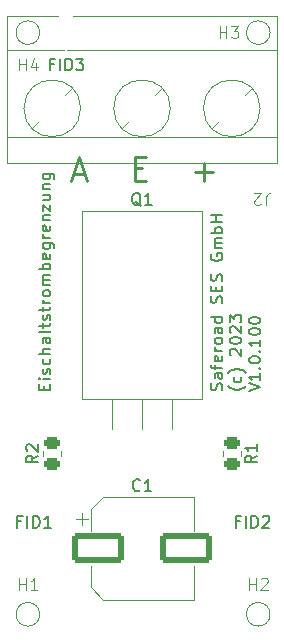
<source format=gbr>
%TF.GenerationSoftware,KiCad,Pcbnew,8.0.0-rc1-51-gba6979a274-dirty*%
%TF.CreationDate,2024-02-05T11:37:42+01:00*%
%TF.ProjectId,Einschaltstrombegrenzung,45696e73-6368-4616-9c74-7374726f6d62,rev?*%
%TF.SameCoordinates,Original*%
%TF.FileFunction,Legend,Top*%
%TF.FilePolarity,Positive*%
%FSLAX46Y46*%
G04 Gerber Fmt 4.6, Leading zero omitted, Abs format (unit mm)*
G04 Created by KiCad (PCBNEW 8.0.0-rc1-51-gba6979a274-dirty) date 2024-02-05 11:37:42*
%MOMM*%
%LPD*%
G01*
G04 APERTURE LIST*
G04 Aperture macros list*
%AMRoundRect*
0 Rectangle with rounded corners*
0 $1 Rounding radius*
0 $2 $3 $4 $5 $6 $7 $8 $9 X,Y pos of 4 corners*
0 Add a 4 corners polygon primitive as box body*
4,1,4,$2,$3,$4,$5,$6,$7,$8,$9,$2,$3,0*
0 Add four circle primitives for the rounded corners*
1,1,$1+$1,$2,$3*
1,1,$1+$1,$4,$5*
1,1,$1+$1,$6,$7*
1,1,$1+$1,$8,$9*
0 Add four rect primitives between the rounded corners*
20,1,$1+$1,$2,$3,$4,$5,0*
20,1,$1+$1,$4,$5,$6,$7,0*
20,1,$1+$1,$6,$7,$8,$9,0*
20,1,$1+$1,$8,$9,$2,$3,0*%
G04 Aperture macros list end*
%ADD10C,0.150000*%
%ADD11C,0.250000*%
%ADD12C,0.100000*%
%ADD13C,0.120000*%
%ADD14C,1.000000*%
%ADD15C,3.000000*%
%ADD16RoundRect,0.250000X-0.450000X0.262500X-0.450000X-0.262500X0.450000X-0.262500X0.450000X0.262500X0*%
%ADD17RoundRect,0.250000X-1.950000X-1.000000X1.950000X-1.000000X1.950000X1.000000X-1.950000X1.000000X0*%
%ADD18RoundRect,0.250000X0.450000X-0.262500X0.450000X0.262500X-0.450000X0.262500X-0.450000X-0.262500X0*%
%ADD19O,1.905000X2.000000*%
%ADD20R,1.905000X2.000000*%
%ADD21O,3.500000X3.500000*%
G04 APERTURE END LIST*
D10*
X128886009Y-98723220D02*
X128886009Y-98389887D01*
X129409819Y-98247030D02*
X129409819Y-98723220D01*
X129409819Y-98723220D02*
X128409819Y-98723220D01*
X128409819Y-98723220D02*
X128409819Y-98247030D01*
X129409819Y-97818458D02*
X128743152Y-97818458D01*
X128409819Y-97818458D02*
X128457438Y-97866077D01*
X128457438Y-97866077D02*
X128505057Y-97818458D01*
X128505057Y-97818458D02*
X128457438Y-97770839D01*
X128457438Y-97770839D02*
X128409819Y-97818458D01*
X128409819Y-97818458D02*
X128505057Y-97818458D01*
X129362200Y-97389887D02*
X129409819Y-97294649D01*
X129409819Y-97294649D02*
X129409819Y-97104173D01*
X129409819Y-97104173D02*
X129362200Y-97008935D01*
X129362200Y-97008935D02*
X129266961Y-96961316D01*
X129266961Y-96961316D02*
X129219342Y-96961316D01*
X129219342Y-96961316D02*
X129124104Y-97008935D01*
X129124104Y-97008935D02*
X129076485Y-97104173D01*
X129076485Y-97104173D02*
X129076485Y-97247030D01*
X129076485Y-97247030D02*
X129028866Y-97342268D01*
X129028866Y-97342268D02*
X128933628Y-97389887D01*
X128933628Y-97389887D02*
X128886009Y-97389887D01*
X128886009Y-97389887D02*
X128790771Y-97342268D01*
X128790771Y-97342268D02*
X128743152Y-97247030D01*
X128743152Y-97247030D02*
X128743152Y-97104173D01*
X128743152Y-97104173D02*
X128790771Y-97008935D01*
X129362200Y-96104173D02*
X129409819Y-96199411D01*
X129409819Y-96199411D02*
X129409819Y-96389887D01*
X129409819Y-96389887D02*
X129362200Y-96485125D01*
X129362200Y-96485125D02*
X129314580Y-96532744D01*
X129314580Y-96532744D02*
X129219342Y-96580363D01*
X129219342Y-96580363D02*
X128933628Y-96580363D01*
X128933628Y-96580363D02*
X128838390Y-96532744D01*
X128838390Y-96532744D02*
X128790771Y-96485125D01*
X128790771Y-96485125D02*
X128743152Y-96389887D01*
X128743152Y-96389887D02*
X128743152Y-96199411D01*
X128743152Y-96199411D02*
X128790771Y-96104173D01*
X129409819Y-95675601D02*
X128409819Y-95675601D01*
X129409819Y-95247030D02*
X128886009Y-95247030D01*
X128886009Y-95247030D02*
X128790771Y-95294649D01*
X128790771Y-95294649D02*
X128743152Y-95389887D01*
X128743152Y-95389887D02*
X128743152Y-95532744D01*
X128743152Y-95532744D02*
X128790771Y-95627982D01*
X128790771Y-95627982D02*
X128838390Y-95675601D01*
X129409819Y-94342268D02*
X128886009Y-94342268D01*
X128886009Y-94342268D02*
X128790771Y-94389887D01*
X128790771Y-94389887D02*
X128743152Y-94485125D01*
X128743152Y-94485125D02*
X128743152Y-94675601D01*
X128743152Y-94675601D02*
X128790771Y-94770839D01*
X129362200Y-94342268D02*
X129409819Y-94437506D01*
X129409819Y-94437506D02*
X129409819Y-94675601D01*
X129409819Y-94675601D02*
X129362200Y-94770839D01*
X129362200Y-94770839D02*
X129266961Y-94818458D01*
X129266961Y-94818458D02*
X129171723Y-94818458D01*
X129171723Y-94818458D02*
X129076485Y-94770839D01*
X129076485Y-94770839D02*
X129028866Y-94675601D01*
X129028866Y-94675601D02*
X129028866Y-94437506D01*
X129028866Y-94437506D02*
X128981247Y-94342268D01*
X129409819Y-93723220D02*
X129362200Y-93818458D01*
X129362200Y-93818458D02*
X129266961Y-93866077D01*
X129266961Y-93866077D02*
X128409819Y-93866077D01*
X128743152Y-93485124D02*
X128743152Y-93104172D01*
X128409819Y-93342267D02*
X129266961Y-93342267D01*
X129266961Y-93342267D02*
X129362200Y-93294648D01*
X129362200Y-93294648D02*
X129409819Y-93199410D01*
X129409819Y-93199410D02*
X129409819Y-93104172D01*
X129362200Y-92818457D02*
X129409819Y-92723219D01*
X129409819Y-92723219D02*
X129409819Y-92532743D01*
X129409819Y-92532743D02*
X129362200Y-92437505D01*
X129362200Y-92437505D02*
X129266961Y-92389886D01*
X129266961Y-92389886D02*
X129219342Y-92389886D01*
X129219342Y-92389886D02*
X129124104Y-92437505D01*
X129124104Y-92437505D02*
X129076485Y-92532743D01*
X129076485Y-92532743D02*
X129076485Y-92675600D01*
X129076485Y-92675600D02*
X129028866Y-92770838D01*
X129028866Y-92770838D02*
X128933628Y-92818457D01*
X128933628Y-92818457D02*
X128886009Y-92818457D01*
X128886009Y-92818457D02*
X128790771Y-92770838D01*
X128790771Y-92770838D02*
X128743152Y-92675600D01*
X128743152Y-92675600D02*
X128743152Y-92532743D01*
X128743152Y-92532743D02*
X128790771Y-92437505D01*
X128743152Y-92104171D02*
X128743152Y-91723219D01*
X128409819Y-91961314D02*
X129266961Y-91961314D01*
X129266961Y-91961314D02*
X129362200Y-91913695D01*
X129362200Y-91913695D02*
X129409819Y-91818457D01*
X129409819Y-91818457D02*
X129409819Y-91723219D01*
X129409819Y-91389885D02*
X128743152Y-91389885D01*
X128933628Y-91389885D02*
X128838390Y-91342266D01*
X128838390Y-91342266D02*
X128790771Y-91294647D01*
X128790771Y-91294647D02*
X128743152Y-91199409D01*
X128743152Y-91199409D02*
X128743152Y-91104171D01*
X129409819Y-90627980D02*
X129362200Y-90723218D01*
X129362200Y-90723218D02*
X129314580Y-90770837D01*
X129314580Y-90770837D02*
X129219342Y-90818456D01*
X129219342Y-90818456D02*
X128933628Y-90818456D01*
X128933628Y-90818456D02*
X128838390Y-90770837D01*
X128838390Y-90770837D02*
X128790771Y-90723218D01*
X128790771Y-90723218D02*
X128743152Y-90627980D01*
X128743152Y-90627980D02*
X128743152Y-90485123D01*
X128743152Y-90485123D02*
X128790771Y-90389885D01*
X128790771Y-90389885D02*
X128838390Y-90342266D01*
X128838390Y-90342266D02*
X128933628Y-90294647D01*
X128933628Y-90294647D02*
X129219342Y-90294647D01*
X129219342Y-90294647D02*
X129314580Y-90342266D01*
X129314580Y-90342266D02*
X129362200Y-90389885D01*
X129362200Y-90389885D02*
X129409819Y-90485123D01*
X129409819Y-90485123D02*
X129409819Y-90627980D01*
X129409819Y-89866075D02*
X128743152Y-89866075D01*
X128838390Y-89866075D02*
X128790771Y-89818456D01*
X128790771Y-89818456D02*
X128743152Y-89723218D01*
X128743152Y-89723218D02*
X128743152Y-89580361D01*
X128743152Y-89580361D02*
X128790771Y-89485123D01*
X128790771Y-89485123D02*
X128886009Y-89437504D01*
X128886009Y-89437504D02*
X129409819Y-89437504D01*
X128886009Y-89437504D02*
X128790771Y-89389885D01*
X128790771Y-89389885D02*
X128743152Y-89294647D01*
X128743152Y-89294647D02*
X128743152Y-89151790D01*
X128743152Y-89151790D02*
X128790771Y-89056551D01*
X128790771Y-89056551D02*
X128886009Y-89008932D01*
X128886009Y-89008932D02*
X129409819Y-89008932D01*
X129409819Y-88532742D02*
X128409819Y-88532742D01*
X128790771Y-88532742D02*
X128743152Y-88437504D01*
X128743152Y-88437504D02*
X128743152Y-88247028D01*
X128743152Y-88247028D02*
X128790771Y-88151790D01*
X128790771Y-88151790D02*
X128838390Y-88104171D01*
X128838390Y-88104171D02*
X128933628Y-88056552D01*
X128933628Y-88056552D02*
X129219342Y-88056552D01*
X129219342Y-88056552D02*
X129314580Y-88104171D01*
X129314580Y-88104171D02*
X129362200Y-88151790D01*
X129362200Y-88151790D02*
X129409819Y-88247028D01*
X129409819Y-88247028D02*
X129409819Y-88437504D01*
X129409819Y-88437504D02*
X129362200Y-88532742D01*
X129362200Y-87247028D02*
X129409819Y-87342266D01*
X129409819Y-87342266D02*
X129409819Y-87532742D01*
X129409819Y-87532742D02*
X129362200Y-87627980D01*
X129362200Y-87627980D02*
X129266961Y-87675599D01*
X129266961Y-87675599D02*
X128886009Y-87675599D01*
X128886009Y-87675599D02*
X128790771Y-87627980D01*
X128790771Y-87627980D02*
X128743152Y-87532742D01*
X128743152Y-87532742D02*
X128743152Y-87342266D01*
X128743152Y-87342266D02*
X128790771Y-87247028D01*
X128790771Y-87247028D02*
X128886009Y-87199409D01*
X128886009Y-87199409D02*
X128981247Y-87199409D01*
X128981247Y-87199409D02*
X129076485Y-87675599D01*
X128743152Y-86342266D02*
X129552676Y-86342266D01*
X129552676Y-86342266D02*
X129647914Y-86389885D01*
X129647914Y-86389885D02*
X129695533Y-86437504D01*
X129695533Y-86437504D02*
X129743152Y-86532742D01*
X129743152Y-86532742D02*
X129743152Y-86675599D01*
X129743152Y-86675599D02*
X129695533Y-86770837D01*
X129362200Y-86342266D02*
X129409819Y-86437504D01*
X129409819Y-86437504D02*
X129409819Y-86627980D01*
X129409819Y-86627980D02*
X129362200Y-86723218D01*
X129362200Y-86723218D02*
X129314580Y-86770837D01*
X129314580Y-86770837D02*
X129219342Y-86818456D01*
X129219342Y-86818456D02*
X128933628Y-86818456D01*
X128933628Y-86818456D02*
X128838390Y-86770837D01*
X128838390Y-86770837D02*
X128790771Y-86723218D01*
X128790771Y-86723218D02*
X128743152Y-86627980D01*
X128743152Y-86627980D02*
X128743152Y-86437504D01*
X128743152Y-86437504D02*
X128790771Y-86342266D01*
X129409819Y-85866075D02*
X128743152Y-85866075D01*
X128933628Y-85866075D02*
X128838390Y-85818456D01*
X128838390Y-85818456D02*
X128790771Y-85770837D01*
X128790771Y-85770837D02*
X128743152Y-85675599D01*
X128743152Y-85675599D02*
X128743152Y-85580361D01*
X129362200Y-84866075D02*
X129409819Y-84961313D01*
X129409819Y-84961313D02*
X129409819Y-85151789D01*
X129409819Y-85151789D02*
X129362200Y-85247027D01*
X129362200Y-85247027D02*
X129266961Y-85294646D01*
X129266961Y-85294646D02*
X128886009Y-85294646D01*
X128886009Y-85294646D02*
X128790771Y-85247027D01*
X128790771Y-85247027D02*
X128743152Y-85151789D01*
X128743152Y-85151789D02*
X128743152Y-84961313D01*
X128743152Y-84961313D02*
X128790771Y-84866075D01*
X128790771Y-84866075D02*
X128886009Y-84818456D01*
X128886009Y-84818456D02*
X128981247Y-84818456D01*
X128981247Y-84818456D02*
X129076485Y-85294646D01*
X128743152Y-84389884D02*
X129409819Y-84389884D01*
X128838390Y-84389884D02*
X128790771Y-84342265D01*
X128790771Y-84342265D02*
X128743152Y-84247027D01*
X128743152Y-84247027D02*
X128743152Y-84104170D01*
X128743152Y-84104170D02*
X128790771Y-84008932D01*
X128790771Y-84008932D02*
X128886009Y-83961313D01*
X128886009Y-83961313D02*
X129409819Y-83961313D01*
X128743152Y-83580360D02*
X128743152Y-83056551D01*
X128743152Y-83056551D02*
X129409819Y-83580360D01*
X129409819Y-83580360D02*
X129409819Y-83056551D01*
X128743152Y-82247027D02*
X129409819Y-82247027D01*
X128743152Y-82675598D02*
X129266961Y-82675598D01*
X129266961Y-82675598D02*
X129362200Y-82627979D01*
X129362200Y-82627979D02*
X129409819Y-82532741D01*
X129409819Y-82532741D02*
X129409819Y-82389884D01*
X129409819Y-82389884D02*
X129362200Y-82294646D01*
X129362200Y-82294646D02*
X129314580Y-82247027D01*
X128743152Y-81770836D02*
X129409819Y-81770836D01*
X128838390Y-81770836D02*
X128790771Y-81723217D01*
X128790771Y-81723217D02*
X128743152Y-81627979D01*
X128743152Y-81627979D02*
X128743152Y-81485122D01*
X128743152Y-81485122D02*
X128790771Y-81389884D01*
X128790771Y-81389884D02*
X128886009Y-81342265D01*
X128886009Y-81342265D02*
X129409819Y-81342265D01*
X128743152Y-80437503D02*
X129552676Y-80437503D01*
X129552676Y-80437503D02*
X129647914Y-80485122D01*
X129647914Y-80485122D02*
X129695533Y-80532741D01*
X129695533Y-80532741D02*
X129743152Y-80627979D01*
X129743152Y-80627979D02*
X129743152Y-80770836D01*
X129743152Y-80770836D02*
X129695533Y-80866074D01*
X129362200Y-80437503D02*
X129409819Y-80532741D01*
X129409819Y-80532741D02*
X129409819Y-80723217D01*
X129409819Y-80723217D02*
X129362200Y-80818455D01*
X129362200Y-80818455D02*
X129314580Y-80866074D01*
X129314580Y-80866074D02*
X129219342Y-80913693D01*
X129219342Y-80913693D02*
X128933628Y-80913693D01*
X128933628Y-80913693D02*
X128838390Y-80866074D01*
X128838390Y-80866074D02*
X128790771Y-80818455D01*
X128790771Y-80818455D02*
X128743152Y-80723217D01*
X128743152Y-80723217D02*
X128743152Y-80532741D01*
X128743152Y-80532741D02*
X128790771Y-80437503D01*
D11*
X141610663Y-80260333D02*
X143134473Y-80260333D01*
X142372568Y-81022238D02*
X142372568Y-79498428D01*
X136530663Y-79974619D02*
X137197330Y-79974619D01*
X137483044Y-81022238D02*
X136530663Y-81022238D01*
X136530663Y-81022238D02*
X136530663Y-79022238D01*
X136530663Y-79022238D02*
X137483044Y-79022238D01*
X131355425Y-80450809D02*
X132307806Y-80450809D01*
X131164949Y-81022238D02*
X131831615Y-79022238D01*
X131831615Y-79022238D02*
X132498282Y-81022238D01*
D10*
X143922312Y-98770839D02*
X143969931Y-98627982D01*
X143969931Y-98627982D02*
X143969931Y-98389887D01*
X143969931Y-98389887D02*
X143922312Y-98294649D01*
X143922312Y-98294649D02*
X143874692Y-98247030D01*
X143874692Y-98247030D02*
X143779454Y-98199411D01*
X143779454Y-98199411D02*
X143684216Y-98199411D01*
X143684216Y-98199411D02*
X143588978Y-98247030D01*
X143588978Y-98247030D02*
X143541359Y-98294649D01*
X143541359Y-98294649D02*
X143493740Y-98389887D01*
X143493740Y-98389887D02*
X143446121Y-98580363D01*
X143446121Y-98580363D02*
X143398502Y-98675601D01*
X143398502Y-98675601D02*
X143350883Y-98723220D01*
X143350883Y-98723220D02*
X143255645Y-98770839D01*
X143255645Y-98770839D02*
X143160407Y-98770839D01*
X143160407Y-98770839D02*
X143065169Y-98723220D01*
X143065169Y-98723220D02*
X143017550Y-98675601D01*
X143017550Y-98675601D02*
X142969931Y-98580363D01*
X142969931Y-98580363D02*
X142969931Y-98342268D01*
X142969931Y-98342268D02*
X143017550Y-98199411D01*
X143969931Y-97342268D02*
X143446121Y-97342268D01*
X143446121Y-97342268D02*
X143350883Y-97389887D01*
X143350883Y-97389887D02*
X143303264Y-97485125D01*
X143303264Y-97485125D02*
X143303264Y-97675601D01*
X143303264Y-97675601D02*
X143350883Y-97770839D01*
X143922312Y-97342268D02*
X143969931Y-97437506D01*
X143969931Y-97437506D02*
X143969931Y-97675601D01*
X143969931Y-97675601D02*
X143922312Y-97770839D01*
X143922312Y-97770839D02*
X143827073Y-97818458D01*
X143827073Y-97818458D02*
X143731835Y-97818458D01*
X143731835Y-97818458D02*
X143636597Y-97770839D01*
X143636597Y-97770839D02*
X143588978Y-97675601D01*
X143588978Y-97675601D02*
X143588978Y-97437506D01*
X143588978Y-97437506D02*
X143541359Y-97342268D01*
X143303264Y-97008934D02*
X143303264Y-96627982D01*
X143969931Y-96866077D02*
X143112788Y-96866077D01*
X143112788Y-96866077D02*
X143017550Y-96818458D01*
X143017550Y-96818458D02*
X142969931Y-96723220D01*
X142969931Y-96723220D02*
X142969931Y-96627982D01*
X143922312Y-95913696D02*
X143969931Y-96008934D01*
X143969931Y-96008934D02*
X143969931Y-96199410D01*
X143969931Y-96199410D02*
X143922312Y-96294648D01*
X143922312Y-96294648D02*
X143827073Y-96342267D01*
X143827073Y-96342267D02*
X143446121Y-96342267D01*
X143446121Y-96342267D02*
X143350883Y-96294648D01*
X143350883Y-96294648D02*
X143303264Y-96199410D01*
X143303264Y-96199410D02*
X143303264Y-96008934D01*
X143303264Y-96008934D02*
X143350883Y-95913696D01*
X143350883Y-95913696D02*
X143446121Y-95866077D01*
X143446121Y-95866077D02*
X143541359Y-95866077D01*
X143541359Y-95866077D02*
X143636597Y-96342267D01*
X143969931Y-95437505D02*
X143303264Y-95437505D01*
X143493740Y-95437505D02*
X143398502Y-95389886D01*
X143398502Y-95389886D02*
X143350883Y-95342267D01*
X143350883Y-95342267D02*
X143303264Y-95247029D01*
X143303264Y-95247029D02*
X143303264Y-95151791D01*
X143969931Y-94675600D02*
X143922312Y-94770838D01*
X143922312Y-94770838D02*
X143874692Y-94818457D01*
X143874692Y-94818457D02*
X143779454Y-94866076D01*
X143779454Y-94866076D02*
X143493740Y-94866076D01*
X143493740Y-94866076D02*
X143398502Y-94818457D01*
X143398502Y-94818457D02*
X143350883Y-94770838D01*
X143350883Y-94770838D02*
X143303264Y-94675600D01*
X143303264Y-94675600D02*
X143303264Y-94532743D01*
X143303264Y-94532743D02*
X143350883Y-94437505D01*
X143350883Y-94437505D02*
X143398502Y-94389886D01*
X143398502Y-94389886D02*
X143493740Y-94342267D01*
X143493740Y-94342267D02*
X143779454Y-94342267D01*
X143779454Y-94342267D02*
X143874692Y-94389886D01*
X143874692Y-94389886D02*
X143922312Y-94437505D01*
X143922312Y-94437505D02*
X143969931Y-94532743D01*
X143969931Y-94532743D02*
X143969931Y-94675600D01*
X143969931Y-93485124D02*
X143446121Y-93485124D01*
X143446121Y-93485124D02*
X143350883Y-93532743D01*
X143350883Y-93532743D02*
X143303264Y-93627981D01*
X143303264Y-93627981D02*
X143303264Y-93818457D01*
X143303264Y-93818457D02*
X143350883Y-93913695D01*
X143922312Y-93485124D02*
X143969931Y-93580362D01*
X143969931Y-93580362D02*
X143969931Y-93818457D01*
X143969931Y-93818457D02*
X143922312Y-93913695D01*
X143922312Y-93913695D02*
X143827073Y-93961314D01*
X143827073Y-93961314D02*
X143731835Y-93961314D01*
X143731835Y-93961314D02*
X143636597Y-93913695D01*
X143636597Y-93913695D02*
X143588978Y-93818457D01*
X143588978Y-93818457D02*
X143588978Y-93580362D01*
X143588978Y-93580362D02*
X143541359Y-93485124D01*
X143969931Y-92580362D02*
X142969931Y-92580362D01*
X143922312Y-92580362D02*
X143969931Y-92675600D01*
X143969931Y-92675600D02*
X143969931Y-92866076D01*
X143969931Y-92866076D02*
X143922312Y-92961314D01*
X143922312Y-92961314D02*
X143874692Y-93008933D01*
X143874692Y-93008933D02*
X143779454Y-93056552D01*
X143779454Y-93056552D02*
X143493740Y-93056552D01*
X143493740Y-93056552D02*
X143398502Y-93008933D01*
X143398502Y-93008933D02*
X143350883Y-92961314D01*
X143350883Y-92961314D02*
X143303264Y-92866076D01*
X143303264Y-92866076D02*
X143303264Y-92675600D01*
X143303264Y-92675600D02*
X143350883Y-92580362D01*
X143922312Y-91389885D02*
X143969931Y-91247028D01*
X143969931Y-91247028D02*
X143969931Y-91008933D01*
X143969931Y-91008933D02*
X143922312Y-90913695D01*
X143922312Y-90913695D02*
X143874692Y-90866076D01*
X143874692Y-90866076D02*
X143779454Y-90818457D01*
X143779454Y-90818457D02*
X143684216Y-90818457D01*
X143684216Y-90818457D02*
X143588978Y-90866076D01*
X143588978Y-90866076D02*
X143541359Y-90913695D01*
X143541359Y-90913695D02*
X143493740Y-91008933D01*
X143493740Y-91008933D02*
X143446121Y-91199409D01*
X143446121Y-91199409D02*
X143398502Y-91294647D01*
X143398502Y-91294647D02*
X143350883Y-91342266D01*
X143350883Y-91342266D02*
X143255645Y-91389885D01*
X143255645Y-91389885D02*
X143160407Y-91389885D01*
X143160407Y-91389885D02*
X143065169Y-91342266D01*
X143065169Y-91342266D02*
X143017550Y-91294647D01*
X143017550Y-91294647D02*
X142969931Y-91199409D01*
X142969931Y-91199409D02*
X142969931Y-90961314D01*
X142969931Y-90961314D02*
X143017550Y-90818457D01*
X143446121Y-90389885D02*
X143446121Y-90056552D01*
X143969931Y-89913695D02*
X143969931Y-90389885D01*
X143969931Y-90389885D02*
X142969931Y-90389885D01*
X142969931Y-90389885D02*
X142969931Y-89913695D01*
X143922312Y-89532742D02*
X143969931Y-89389885D01*
X143969931Y-89389885D02*
X143969931Y-89151790D01*
X143969931Y-89151790D02*
X143922312Y-89056552D01*
X143922312Y-89056552D02*
X143874692Y-89008933D01*
X143874692Y-89008933D02*
X143779454Y-88961314D01*
X143779454Y-88961314D02*
X143684216Y-88961314D01*
X143684216Y-88961314D02*
X143588978Y-89008933D01*
X143588978Y-89008933D02*
X143541359Y-89056552D01*
X143541359Y-89056552D02*
X143493740Y-89151790D01*
X143493740Y-89151790D02*
X143446121Y-89342266D01*
X143446121Y-89342266D02*
X143398502Y-89437504D01*
X143398502Y-89437504D02*
X143350883Y-89485123D01*
X143350883Y-89485123D02*
X143255645Y-89532742D01*
X143255645Y-89532742D02*
X143160407Y-89532742D01*
X143160407Y-89532742D02*
X143065169Y-89485123D01*
X143065169Y-89485123D02*
X143017550Y-89437504D01*
X143017550Y-89437504D02*
X142969931Y-89342266D01*
X142969931Y-89342266D02*
X142969931Y-89104171D01*
X142969931Y-89104171D02*
X143017550Y-88961314D01*
X143017550Y-87247028D02*
X142969931Y-87342266D01*
X142969931Y-87342266D02*
X142969931Y-87485123D01*
X142969931Y-87485123D02*
X143017550Y-87627980D01*
X143017550Y-87627980D02*
X143112788Y-87723218D01*
X143112788Y-87723218D02*
X143208026Y-87770837D01*
X143208026Y-87770837D02*
X143398502Y-87818456D01*
X143398502Y-87818456D02*
X143541359Y-87818456D01*
X143541359Y-87818456D02*
X143731835Y-87770837D01*
X143731835Y-87770837D02*
X143827073Y-87723218D01*
X143827073Y-87723218D02*
X143922312Y-87627980D01*
X143922312Y-87627980D02*
X143969931Y-87485123D01*
X143969931Y-87485123D02*
X143969931Y-87389885D01*
X143969931Y-87389885D02*
X143922312Y-87247028D01*
X143922312Y-87247028D02*
X143874692Y-87199409D01*
X143874692Y-87199409D02*
X143541359Y-87199409D01*
X143541359Y-87199409D02*
X143541359Y-87389885D01*
X143969931Y-86770837D02*
X143303264Y-86770837D01*
X143398502Y-86770837D02*
X143350883Y-86723218D01*
X143350883Y-86723218D02*
X143303264Y-86627980D01*
X143303264Y-86627980D02*
X143303264Y-86485123D01*
X143303264Y-86485123D02*
X143350883Y-86389885D01*
X143350883Y-86389885D02*
X143446121Y-86342266D01*
X143446121Y-86342266D02*
X143969931Y-86342266D01*
X143446121Y-86342266D02*
X143350883Y-86294647D01*
X143350883Y-86294647D02*
X143303264Y-86199409D01*
X143303264Y-86199409D02*
X143303264Y-86056552D01*
X143303264Y-86056552D02*
X143350883Y-85961313D01*
X143350883Y-85961313D02*
X143446121Y-85913694D01*
X143446121Y-85913694D02*
X143969931Y-85913694D01*
X143969931Y-85437504D02*
X142969931Y-85437504D01*
X143350883Y-85437504D02*
X143303264Y-85342266D01*
X143303264Y-85342266D02*
X143303264Y-85151790D01*
X143303264Y-85151790D02*
X143350883Y-85056552D01*
X143350883Y-85056552D02*
X143398502Y-85008933D01*
X143398502Y-85008933D02*
X143493740Y-84961314D01*
X143493740Y-84961314D02*
X143779454Y-84961314D01*
X143779454Y-84961314D02*
X143874692Y-85008933D01*
X143874692Y-85008933D02*
X143922312Y-85056552D01*
X143922312Y-85056552D02*
X143969931Y-85151790D01*
X143969931Y-85151790D02*
X143969931Y-85342266D01*
X143969931Y-85342266D02*
X143922312Y-85437504D01*
X143969931Y-84532742D02*
X142969931Y-84532742D01*
X143446121Y-84532742D02*
X143446121Y-83961314D01*
X143969931Y-83961314D02*
X142969931Y-83961314D01*
X145960827Y-98437506D02*
X145913208Y-98485125D01*
X145913208Y-98485125D02*
X145770351Y-98580363D01*
X145770351Y-98580363D02*
X145675113Y-98627982D01*
X145675113Y-98627982D02*
X145532256Y-98675601D01*
X145532256Y-98675601D02*
X145294160Y-98723220D01*
X145294160Y-98723220D02*
X145103684Y-98723220D01*
X145103684Y-98723220D02*
X144865589Y-98675601D01*
X144865589Y-98675601D02*
X144722732Y-98627982D01*
X144722732Y-98627982D02*
X144627494Y-98580363D01*
X144627494Y-98580363D02*
X144484636Y-98485125D01*
X144484636Y-98485125D02*
X144437017Y-98437506D01*
X145532256Y-97627982D02*
X145579875Y-97723220D01*
X145579875Y-97723220D02*
X145579875Y-97913696D01*
X145579875Y-97913696D02*
X145532256Y-98008934D01*
X145532256Y-98008934D02*
X145484636Y-98056553D01*
X145484636Y-98056553D02*
X145389398Y-98104172D01*
X145389398Y-98104172D02*
X145103684Y-98104172D01*
X145103684Y-98104172D02*
X145008446Y-98056553D01*
X145008446Y-98056553D02*
X144960827Y-98008934D01*
X144960827Y-98008934D02*
X144913208Y-97913696D01*
X144913208Y-97913696D02*
X144913208Y-97723220D01*
X144913208Y-97723220D02*
X144960827Y-97627982D01*
X145960827Y-97294648D02*
X145913208Y-97247029D01*
X145913208Y-97247029D02*
X145770351Y-97151791D01*
X145770351Y-97151791D02*
X145675113Y-97104172D01*
X145675113Y-97104172D02*
X145532256Y-97056553D01*
X145532256Y-97056553D02*
X145294160Y-97008934D01*
X145294160Y-97008934D02*
X145103684Y-97008934D01*
X145103684Y-97008934D02*
X144865589Y-97056553D01*
X144865589Y-97056553D02*
X144722732Y-97104172D01*
X144722732Y-97104172D02*
X144627494Y-97151791D01*
X144627494Y-97151791D02*
X144484636Y-97247029D01*
X144484636Y-97247029D02*
X144437017Y-97294648D01*
X144675113Y-95818457D02*
X144627494Y-95770838D01*
X144627494Y-95770838D02*
X144579875Y-95675600D01*
X144579875Y-95675600D02*
X144579875Y-95437505D01*
X144579875Y-95437505D02*
X144627494Y-95342267D01*
X144627494Y-95342267D02*
X144675113Y-95294648D01*
X144675113Y-95294648D02*
X144770351Y-95247029D01*
X144770351Y-95247029D02*
X144865589Y-95247029D01*
X144865589Y-95247029D02*
X145008446Y-95294648D01*
X145008446Y-95294648D02*
X145579875Y-95866076D01*
X145579875Y-95866076D02*
X145579875Y-95247029D01*
X144579875Y-94627981D02*
X144579875Y-94532743D01*
X144579875Y-94532743D02*
X144627494Y-94437505D01*
X144627494Y-94437505D02*
X144675113Y-94389886D01*
X144675113Y-94389886D02*
X144770351Y-94342267D01*
X144770351Y-94342267D02*
X144960827Y-94294648D01*
X144960827Y-94294648D02*
X145198922Y-94294648D01*
X145198922Y-94294648D02*
X145389398Y-94342267D01*
X145389398Y-94342267D02*
X145484636Y-94389886D01*
X145484636Y-94389886D02*
X145532256Y-94437505D01*
X145532256Y-94437505D02*
X145579875Y-94532743D01*
X145579875Y-94532743D02*
X145579875Y-94627981D01*
X145579875Y-94627981D02*
X145532256Y-94723219D01*
X145532256Y-94723219D02*
X145484636Y-94770838D01*
X145484636Y-94770838D02*
X145389398Y-94818457D01*
X145389398Y-94818457D02*
X145198922Y-94866076D01*
X145198922Y-94866076D02*
X144960827Y-94866076D01*
X144960827Y-94866076D02*
X144770351Y-94818457D01*
X144770351Y-94818457D02*
X144675113Y-94770838D01*
X144675113Y-94770838D02*
X144627494Y-94723219D01*
X144627494Y-94723219D02*
X144579875Y-94627981D01*
X144675113Y-93913695D02*
X144627494Y-93866076D01*
X144627494Y-93866076D02*
X144579875Y-93770838D01*
X144579875Y-93770838D02*
X144579875Y-93532743D01*
X144579875Y-93532743D02*
X144627494Y-93437505D01*
X144627494Y-93437505D02*
X144675113Y-93389886D01*
X144675113Y-93389886D02*
X144770351Y-93342267D01*
X144770351Y-93342267D02*
X144865589Y-93342267D01*
X144865589Y-93342267D02*
X145008446Y-93389886D01*
X145008446Y-93389886D02*
X145579875Y-93961314D01*
X145579875Y-93961314D02*
X145579875Y-93342267D01*
X144579875Y-93008933D02*
X144579875Y-92389886D01*
X144579875Y-92389886D02*
X144960827Y-92723219D01*
X144960827Y-92723219D02*
X144960827Y-92580362D01*
X144960827Y-92580362D02*
X145008446Y-92485124D01*
X145008446Y-92485124D02*
X145056065Y-92437505D01*
X145056065Y-92437505D02*
X145151303Y-92389886D01*
X145151303Y-92389886D02*
X145389398Y-92389886D01*
X145389398Y-92389886D02*
X145484636Y-92437505D01*
X145484636Y-92437505D02*
X145532256Y-92485124D01*
X145532256Y-92485124D02*
X145579875Y-92580362D01*
X145579875Y-92580362D02*
X145579875Y-92866076D01*
X145579875Y-92866076D02*
X145532256Y-92961314D01*
X145532256Y-92961314D02*
X145484636Y-93008933D01*
X146189819Y-98866077D02*
X147189819Y-98532744D01*
X147189819Y-98532744D02*
X146189819Y-98199411D01*
X147189819Y-97342268D02*
X147189819Y-97913696D01*
X147189819Y-97627982D02*
X146189819Y-97627982D01*
X146189819Y-97627982D02*
X146332676Y-97723220D01*
X146332676Y-97723220D02*
X146427914Y-97818458D01*
X146427914Y-97818458D02*
X146475533Y-97913696D01*
X147094580Y-96913696D02*
X147142200Y-96866077D01*
X147142200Y-96866077D02*
X147189819Y-96913696D01*
X147189819Y-96913696D02*
X147142200Y-96961315D01*
X147142200Y-96961315D02*
X147094580Y-96913696D01*
X147094580Y-96913696D02*
X147189819Y-96913696D01*
X146189819Y-96247030D02*
X146189819Y-96151792D01*
X146189819Y-96151792D02*
X146237438Y-96056554D01*
X146237438Y-96056554D02*
X146285057Y-96008935D01*
X146285057Y-96008935D02*
X146380295Y-95961316D01*
X146380295Y-95961316D02*
X146570771Y-95913697D01*
X146570771Y-95913697D02*
X146808866Y-95913697D01*
X146808866Y-95913697D02*
X146999342Y-95961316D01*
X146999342Y-95961316D02*
X147094580Y-96008935D01*
X147094580Y-96008935D02*
X147142200Y-96056554D01*
X147142200Y-96056554D02*
X147189819Y-96151792D01*
X147189819Y-96151792D02*
X147189819Y-96247030D01*
X147189819Y-96247030D02*
X147142200Y-96342268D01*
X147142200Y-96342268D02*
X147094580Y-96389887D01*
X147094580Y-96389887D02*
X146999342Y-96437506D01*
X146999342Y-96437506D02*
X146808866Y-96485125D01*
X146808866Y-96485125D02*
X146570771Y-96485125D01*
X146570771Y-96485125D02*
X146380295Y-96437506D01*
X146380295Y-96437506D02*
X146285057Y-96389887D01*
X146285057Y-96389887D02*
X146237438Y-96342268D01*
X146237438Y-96342268D02*
X146189819Y-96247030D01*
X147094580Y-95485125D02*
X147142200Y-95437506D01*
X147142200Y-95437506D02*
X147189819Y-95485125D01*
X147189819Y-95485125D02*
X147142200Y-95532744D01*
X147142200Y-95532744D02*
X147094580Y-95485125D01*
X147094580Y-95485125D02*
X147189819Y-95485125D01*
X147189819Y-94485126D02*
X147189819Y-95056554D01*
X147189819Y-94770840D02*
X146189819Y-94770840D01*
X146189819Y-94770840D02*
X146332676Y-94866078D01*
X146332676Y-94866078D02*
X146427914Y-94961316D01*
X146427914Y-94961316D02*
X146475533Y-95056554D01*
X146189819Y-93866078D02*
X146189819Y-93770840D01*
X146189819Y-93770840D02*
X146237438Y-93675602D01*
X146237438Y-93675602D02*
X146285057Y-93627983D01*
X146285057Y-93627983D02*
X146380295Y-93580364D01*
X146380295Y-93580364D02*
X146570771Y-93532745D01*
X146570771Y-93532745D02*
X146808866Y-93532745D01*
X146808866Y-93532745D02*
X146999342Y-93580364D01*
X146999342Y-93580364D02*
X147094580Y-93627983D01*
X147094580Y-93627983D02*
X147142200Y-93675602D01*
X147142200Y-93675602D02*
X147189819Y-93770840D01*
X147189819Y-93770840D02*
X147189819Y-93866078D01*
X147189819Y-93866078D02*
X147142200Y-93961316D01*
X147142200Y-93961316D02*
X147094580Y-94008935D01*
X147094580Y-94008935D02*
X146999342Y-94056554D01*
X146999342Y-94056554D02*
X146808866Y-94104173D01*
X146808866Y-94104173D02*
X146570771Y-94104173D01*
X146570771Y-94104173D02*
X146380295Y-94056554D01*
X146380295Y-94056554D02*
X146285057Y-94008935D01*
X146285057Y-94008935D02*
X146237438Y-93961316D01*
X146237438Y-93961316D02*
X146189819Y-93866078D01*
X146189819Y-92913697D02*
X146189819Y-92818459D01*
X146189819Y-92818459D02*
X146237438Y-92723221D01*
X146237438Y-92723221D02*
X146285057Y-92675602D01*
X146285057Y-92675602D02*
X146380295Y-92627983D01*
X146380295Y-92627983D02*
X146570771Y-92580364D01*
X146570771Y-92580364D02*
X146808866Y-92580364D01*
X146808866Y-92580364D02*
X146999342Y-92627983D01*
X146999342Y-92627983D02*
X147094580Y-92675602D01*
X147094580Y-92675602D02*
X147142200Y-92723221D01*
X147142200Y-92723221D02*
X147189819Y-92818459D01*
X147189819Y-92818459D02*
X147189819Y-92913697D01*
X147189819Y-92913697D02*
X147142200Y-93008935D01*
X147142200Y-93008935D02*
X147094580Y-93056554D01*
X147094580Y-93056554D02*
X146999342Y-93104173D01*
X146999342Y-93104173D02*
X146808866Y-93151792D01*
X146808866Y-93151792D02*
X146570771Y-93151792D01*
X146570771Y-93151792D02*
X146380295Y-93104173D01*
X146380295Y-93104173D02*
X146285057Y-93056554D01*
X146285057Y-93056554D02*
X146237438Y-93008935D01*
X146237438Y-93008935D02*
X146189819Y-92913697D01*
D12*
X126738095Y-71707419D02*
X126738095Y-70707419D01*
X126738095Y-71183609D02*
X127309523Y-71183609D01*
X127309523Y-71707419D02*
X127309523Y-70707419D01*
X128214285Y-71040752D02*
X128214285Y-71707419D01*
X127976190Y-70659800D02*
X127738095Y-71374085D01*
X127738095Y-71374085D02*
X128357142Y-71374085D01*
X143738095Y-68957419D02*
X143738095Y-67957419D01*
X143738095Y-68433609D02*
X144309523Y-68433609D01*
X144309523Y-68957419D02*
X144309523Y-67957419D01*
X144690476Y-67957419D02*
X145309523Y-67957419D01*
X145309523Y-67957419D02*
X144976190Y-68338371D01*
X144976190Y-68338371D02*
X145119047Y-68338371D01*
X145119047Y-68338371D02*
X145214285Y-68385990D01*
X145214285Y-68385990D02*
X145261904Y-68433609D01*
X145261904Y-68433609D02*
X145309523Y-68528847D01*
X145309523Y-68528847D02*
X145309523Y-68766942D01*
X145309523Y-68766942D02*
X145261904Y-68862180D01*
X145261904Y-68862180D02*
X145214285Y-68909800D01*
X145214285Y-68909800D02*
X145119047Y-68957419D01*
X145119047Y-68957419D02*
X144833333Y-68957419D01*
X144833333Y-68957419D02*
X144738095Y-68909800D01*
X144738095Y-68909800D02*
X144690476Y-68862180D01*
X146238095Y-115667419D02*
X146238095Y-114667419D01*
X146238095Y-115143609D02*
X146809523Y-115143609D01*
X146809523Y-115667419D02*
X146809523Y-114667419D01*
X147238095Y-114762657D02*
X147285714Y-114715038D01*
X147285714Y-114715038D02*
X147380952Y-114667419D01*
X147380952Y-114667419D02*
X147619047Y-114667419D01*
X147619047Y-114667419D02*
X147714285Y-114715038D01*
X147714285Y-114715038D02*
X147761904Y-114762657D01*
X147761904Y-114762657D02*
X147809523Y-114857895D01*
X147809523Y-114857895D02*
X147809523Y-114953133D01*
X147809523Y-114953133D02*
X147761904Y-115095990D01*
X147761904Y-115095990D02*
X147190476Y-115667419D01*
X147190476Y-115667419D02*
X147809523Y-115667419D01*
X126738095Y-115667419D02*
X126738095Y-114667419D01*
X126738095Y-115143609D02*
X127309523Y-115143609D01*
X127309523Y-115667419D02*
X127309523Y-114667419D01*
X128309523Y-115667419D02*
X127738095Y-115667419D01*
X128023809Y-115667419D02*
X128023809Y-114667419D01*
X128023809Y-114667419D02*
X127928571Y-114810276D01*
X127928571Y-114810276D02*
X127833333Y-114905514D01*
X127833333Y-114905514D02*
X127738095Y-114953133D01*
D10*
X129678571Y-71181009D02*
X129345238Y-71181009D01*
X129345238Y-71704819D02*
X129345238Y-70704819D01*
X129345238Y-70704819D02*
X129821428Y-70704819D01*
X130202381Y-71704819D02*
X130202381Y-70704819D01*
X130678571Y-71704819D02*
X130678571Y-70704819D01*
X130678571Y-70704819D02*
X130916666Y-70704819D01*
X130916666Y-70704819D02*
X131059523Y-70752438D01*
X131059523Y-70752438D02*
X131154761Y-70847676D01*
X131154761Y-70847676D02*
X131202380Y-70942914D01*
X131202380Y-70942914D02*
X131249999Y-71133390D01*
X131249999Y-71133390D02*
X131249999Y-71276247D01*
X131249999Y-71276247D02*
X131202380Y-71466723D01*
X131202380Y-71466723D02*
X131154761Y-71561961D01*
X131154761Y-71561961D02*
X131059523Y-71657200D01*
X131059523Y-71657200D02*
X130916666Y-71704819D01*
X130916666Y-71704819D02*
X130678571Y-71704819D01*
X131583333Y-70704819D02*
X132202380Y-70704819D01*
X132202380Y-70704819D02*
X131869047Y-71085771D01*
X131869047Y-71085771D02*
X132011904Y-71085771D01*
X132011904Y-71085771D02*
X132107142Y-71133390D01*
X132107142Y-71133390D02*
X132154761Y-71181009D01*
X132154761Y-71181009D02*
X132202380Y-71276247D01*
X132202380Y-71276247D02*
X132202380Y-71514342D01*
X132202380Y-71514342D02*
X132154761Y-71609580D01*
X132154761Y-71609580D02*
X132107142Y-71657200D01*
X132107142Y-71657200D02*
X132011904Y-71704819D01*
X132011904Y-71704819D02*
X131726190Y-71704819D01*
X131726190Y-71704819D02*
X131630952Y-71657200D01*
X131630952Y-71657200D02*
X131583333Y-71609580D01*
X145428571Y-109891009D02*
X145095238Y-109891009D01*
X145095238Y-110414819D02*
X145095238Y-109414819D01*
X145095238Y-109414819D02*
X145571428Y-109414819D01*
X145952381Y-110414819D02*
X145952381Y-109414819D01*
X146428571Y-110414819D02*
X146428571Y-109414819D01*
X146428571Y-109414819D02*
X146666666Y-109414819D01*
X146666666Y-109414819D02*
X146809523Y-109462438D01*
X146809523Y-109462438D02*
X146904761Y-109557676D01*
X146904761Y-109557676D02*
X146952380Y-109652914D01*
X146952380Y-109652914D02*
X146999999Y-109843390D01*
X146999999Y-109843390D02*
X146999999Y-109986247D01*
X146999999Y-109986247D02*
X146952380Y-110176723D01*
X146952380Y-110176723D02*
X146904761Y-110271961D01*
X146904761Y-110271961D02*
X146809523Y-110367200D01*
X146809523Y-110367200D02*
X146666666Y-110414819D01*
X146666666Y-110414819D02*
X146428571Y-110414819D01*
X147380952Y-109510057D02*
X147428571Y-109462438D01*
X147428571Y-109462438D02*
X147523809Y-109414819D01*
X147523809Y-109414819D02*
X147761904Y-109414819D01*
X147761904Y-109414819D02*
X147857142Y-109462438D01*
X147857142Y-109462438D02*
X147904761Y-109510057D01*
X147904761Y-109510057D02*
X147952380Y-109605295D01*
X147952380Y-109605295D02*
X147952380Y-109700533D01*
X147952380Y-109700533D02*
X147904761Y-109843390D01*
X147904761Y-109843390D02*
X147333333Y-110414819D01*
X147333333Y-110414819D02*
X147952380Y-110414819D01*
X126928571Y-109891009D02*
X126595238Y-109891009D01*
X126595238Y-110414819D02*
X126595238Y-109414819D01*
X126595238Y-109414819D02*
X127071428Y-109414819D01*
X127452381Y-110414819D02*
X127452381Y-109414819D01*
X127928571Y-110414819D02*
X127928571Y-109414819D01*
X127928571Y-109414819D02*
X128166666Y-109414819D01*
X128166666Y-109414819D02*
X128309523Y-109462438D01*
X128309523Y-109462438D02*
X128404761Y-109557676D01*
X128404761Y-109557676D02*
X128452380Y-109652914D01*
X128452380Y-109652914D02*
X128499999Y-109843390D01*
X128499999Y-109843390D02*
X128499999Y-109986247D01*
X128499999Y-109986247D02*
X128452380Y-110176723D01*
X128452380Y-110176723D02*
X128404761Y-110271961D01*
X128404761Y-110271961D02*
X128309523Y-110367200D01*
X128309523Y-110367200D02*
X128166666Y-110414819D01*
X128166666Y-110414819D02*
X127928571Y-110414819D01*
X129452380Y-110414819D02*
X128880952Y-110414819D01*
X129166666Y-110414819D02*
X129166666Y-109414819D01*
X129166666Y-109414819D02*
X129071428Y-109557676D01*
X129071428Y-109557676D02*
X128976190Y-109652914D01*
X128976190Y-109652914D02*
X128880952Y-109700533D01*
X146884819Y-104306666D02*
X146408628Y-104639999D01*
X146884819Y-104878094D02*
X145884819Y-104878094D01*
X145884819Y-104878094D02*
X145884819Y-104497142D01*
X145884819Y-104497142D02*
X145932438Y-104401904D01*
X145932438Y-104401904D02*
X145980057Y-104354285D01*
X145980057Y-104354285D02*
X146075295Y-104306666D01*
X146075295Y-104306666D02*
X146218152Y-104306666D01*
X146218152Y-104306666D02*
X146313390Y-104354285D01*
X146313390Y-104354285D02*
X146361009Y-104401904D01*
X146361009Y-104401904D02*
X146408628Y-104497142D01*
X146408628Y-104497142D02*
X146408628Y-104878094D01*
X146884819Y-103354285D02*
X146884819Y-103925713D01*
X146884819Y-103639999D02*
X145884819Y-103639999D01*
X145884819Y-103639999D02*
X146027676Y-103735237D01*
X146027676Y-103735237D02*
X146122914Y-103830475D01*
X146122914Y-103830475D02*
X146170533Y-103925713D01*
X136993333Y-107227080D02*
X136945714Y-107274700D01*
X136945714Y-107274700D02*
X136802857Y-107322319D01*
X136802857Y-107322319D02*
X136707619Y-107322319D01*
X136707619Y-107322319D02*
X136564762Y-107274700D01*
X136564762Y-107274700D02*
X136469524Y-107179461D01*
X136469524Y-107179461D02*
X136421905Y-107084223D01*
X136421905Y-107084223D02*
X136374286Y-106893747D01*
X136374286Y-106893747D02*
X136374286Y-106750890D01*
X136374286Y-106750890D02*
X136421905Y-106560414D01*
X136421905Y-106560414D02*
X136469524Y-106465176D01*
X136469524Y-106465176D02*
X136564762Y-106369938D01*
X136564762Y-106369938D02*
X136707619Y-106322319D01*
X136707619Y-106322319D02*
X136802857Y-106322319D01*
X136802857Y-106322319D02*
X136945714Y-106369938D01*
X136945714Y-106369938D02*
X136993333Y-106417557D01*
X137945714Y-107322319D02*
X137374286Y-107322319D01*
X137660000Y-107322319D02*
X137660000Y-106322319D01*
X137660000Y-106322319D02*
X137564762Y-106465176D01*
X137564762Y-106465176D02*
X137469524Y-106560414D01*
X137469524Y-106560414D02*
X137374286Y-106608033D01*
X128344819Y-104306666D02*
X127868628Y-104639999D01*
X128344819Y-104878094D02*
X127344819Y-104878094D01*
X127344819Y-104878094D02*
X127344819Y-104497142D01*
X127344819Y-104497142D02*
X127392438Y-104401904D01*
X127392438Y-104401904D02*
X127440057Y-104354285D01*
X127440057Y-104354285D02*
X127535295Y-104306666D01*
X127535295Y-104306666D02*
X127678152Y-104306666D01*
X127678152Y-104306666D02*
X127773390Y-104354285D01*
X127773390Y-104354285D02*
X127821009Y-104401904D01*
X127821009Y-104401904D02*
X127868628Y-104497142D01*
X127868628Y-104497142D02*
X127868628Y-104878094D01*
X127440057Y-103925713D02*
X127392438Y-103878094D01*
X127392438Y-103878094D02*
X127344819Y-103782856D01*
X127344819Y-103782856D02*
X127344819Y-103544761D01*
X127344819Y-103544761D02*
X127392438Y-103449523D01*
X127392438Y-103449523D02*
X127440057Y-103401904D01*
X127440057Y-103401904D02*
X127535295Y-103354285D01*
X127535295Y-103354285D02*
X127630533Y-103354285D01*
X127630533Y-103354285D02*
X127773390Y-103401904D01*
X127773390Y-103401904D02*
X128344819Y-103973332D01*
X128344819Y-103973332D02*
X128344819Y-103354285D01*
X137064761Y-83180057D02*
X136969523Y-83132438D01*
X136969523Y-83132438D02*
X136874285Y-83037200D01*
X136874285Y-83037200D02*
X136731428Y-82894342D01*
X136731428Y-82894342D02*
X136636190Y-82846723D01*
X136636190Y-82846723D02*
X136540952Y-82846723D01*
X136588571Y-83084819D02*
X136493333Y-83037200D01*
X136493333Y-83037200D02*
X136398095Y-82941961D01*
X136398095Y-82941961D02*
X136350476Y-82751485D01*
X136350476Y-82751485D02*
X136350476Y-82418152D01*
X136350476Y-82418152D02*
X136398095Y-82227676D01*
X136398095Y-82227676D02*
X136493333Y-82132438D01*
X136493333Y-82132438D02*
X136588571Y-82084819D01*
X136588571Y-82084819D02*
X136779047Y-82084819D01*
X136779047Y-82084819D02*
X136874285Y-82132438D01*
X136874285Y-82132438D02*
X136969523Y-82227676D01*
X136969523Y-82227676D02*
X137017142Y-82418152D01*
X137017142Y-82418152D02*
X137017142Y-82751485D01*
X137017142Y-82751485D02*
X136969523Y-82941961D01*
X136969523Y-82941961D02*
X136874285Y-83037200D01*
X136874285Y-83037200D02*
X136779047Y-83084819D01*
X136779047Y-83084819D02*
X136588571Y-83084819D01*
X137969523Y-83084819D02*
X137398095Y-83084819D01*
X137683809Y-83084819D02*
X137683809Y-82084819D01*
X137683809Y-82084819D02*
X137588571Y-82227676D01*
X137588571Y-82227676D02*
X137493333Y-82322914D01*
X137493333Y-82322914D02*
X137398095Y-82370533D01*
D12*
X147653333Y-83092580D02*
X147653333Y-82378295D01*
X147653333Y-82378295D02*
X147700952Y-82235438D01*
X147700952Y-82235438D02*
X147796190Y-82140200D01*
X147796190Y-82140200D02*
X147939047Y-82092580D01*
X147939047Y-82092580D02*
X148034285Y-82092580D01*
X147224761Y-82997342D02*
X147177142Y-83044961D01*
X147177142Y-83044961D02*
X147081904Y-83092580D01*
X147081904Y-83092580D02*
X146843809Y-83092580D01*
X146843809Y-83092580D02*
X146748571Y-83044961D01*
X146748571Y-83044961D02*
X146700952Y-82997342D01*
X146700952Y-82997342D02*
X146653333Y-82902104D01*
X146653333Y-82902104D02*
X146653333Y-82806866D01*
X146653333Y-82806866D02*
X146700952Y-82664009D01*
X146700952Y-82664009D02*
X147272380Y-82092580D01*
X147272380Y-82092580D02*
X146653333Y-82092580D01*
%TO.C,H4*%
X128500000Y-68500000D02*
G75*
G02*
X126500000Y-68500000I-1000000J0D01*
G01*
X126500000Y-68500000D02*
G75*
G02*
X128500000Y-68500000I1000000J0D01*
G01*
%TO.C,H3*%
X148000000Y-68500000D02*
G75*
G02*
X146000000Y-68500000I-1000000J0D01*
G01*
X146000000Y-68500000D02*
G75*
G02*
X148000000Y-68500000I1000000J0D01*
G01*
%TO.C,H2*%
X148000000Y-117750000D02*
G75*
G02*
X146000000Y-117750000I-1000000J0D01*
G01*
X146000000Y-117750000D02*
G75*
G02*
X148000000Y-117750000I1000000J0D01*
G01*
%TO.C,H1*%
X128500000Y-117750000D02*
G75*
G02*
X126500000Y-117750000I-1000000J0D01*
G01*
X126500000Y-117750000D02*
G75*
G02*
X128500000Y-117750000I1000000J0D01*
G01*
D13*
%TO.C,R1*%
X145515000Y-103912936D02*
X145515000Y-104367064D01*
X144045000Y-103912936D02*
X144045000Y-104367064D01*
%TO.C,C1*%
X141520000Y-116527500D02*
X141520000Y-113677500D01*
X141520000Y-107807500D02*
X141520000Y-110657500D01*
X133864437Y-116527500D02*
X141520000Y-116527500D01*
X133864437Y-107807500D02*
X141520000Y-107807500D01*
X132800000Y-115463063D02*
X133864437Y-116527500D01*
X132800000Y-115463063D02*
X132800000Y-113677500D01*
X132800000Y-108871937D02*
X133864437Y-107807500D01*
X132800000Y-108871937D02*
X132800000Y-110657500D01*
X132060000Y-109157500D02*
X132060000Y-110157500D01*
X131560000Y-109657500D02*
X132560000Y-109657500D01*
%TO.C,R2*%
X130275000Y-104367064D02*
X130275000Y-103912936D01*
X128805000Y-104367064D02*
X128805000Y-103912936D01*
%TO.C,Q1*%
X142280000Y-83630000D02*
X142280000Y-99520000D01*
X139700000Y-99520000D02*
X139700000Y-102060000D01*
X137160000Y-99520000D02*
X137160000Y-102060000D01*
X134620000Y-99520000D02*
X134620000Y-102060000D01*
X132040000Y-99520000D02*
X142280000Y-99520000D01*
X132040000Y-83630000D02*
X142280000Y-83630000D01*
X132040000Y-83630000D02*
X132040000Y-99520000D01*
D12*
%TO.C,J2*%
X147160000Y-74910000D02*
G75*
G02*
X142360000Y-74910000I-2400000J0D01*
G01*
X142360000Y-74910000D02*
G75*
G02*
X147160000Y-74910000I2400000J0D01*
G01*
X139560000Y-74910000D02*
G75*
G02*
X134760000Y-74910000I-2400000J0D01*
G01*
X134760000Y-74910000D02*
G75*
G02*
X139560000Y-74910000I2400000J0D01*
G01*
X131960000Y-74910000D02*
G75*
G02*
X127160000Y-74910000I-2400000J0D01*
G01*
X127160000Y-74910000D02*
G75*
G02*
X131960000Y-74910000I2400000J0D01*
G01*
X148560000Y-79560000D02*
X148560000Y-67060000D01*
X148560000Y-79560000D02*
X125760000Y-79560000D01*
X148560000Y-77310000D02*
X125760000Y-77310000D01*
X148560000Y-70010000D02*
X125760000Y-70010000D01*
X148560000Y-67060000D02*
X125760000Y-67060000D01*
X143060000Y-76610000D02*
X146460000Y-73210000D01*
X135460000Y-76610000D02*
X138860000Y-73210000D01*
X127860000Y-76610000D02*
X131260000Y-73210000D01*
X125760000Y-67060000D02*
X125760000Y-79560000D01*
%TD*%
%LPC*%
D14*
%TO.C,H4*%
X127500000Y-68500000D03*
%TD*%
%TO.C,H3*%
X147000000Y-68500000D03*
%TD*%
%TO.C,H2*%
X147000000Y-117750000D03*
%TD*%
%TO.C,H1*%
X127500000Y-117750000D03*
%TD*%
D15*
%TO.C,FID3*%
X130750000Y-68500000D03*
%TD*%
%TO.C,FID2*%
X146500000Y-112500000D03*
%TD*%
%TO.C,FID1*%
X128000000Y-112500000D03*
%TD*%
D16*
%TO.C,R1*%
X144780000Y-105052500D03*
X144780000Y-103227500D03*
%TD*%
D17*
%TO.C,C1*%
X140860000Y-112167500D03*
X133460000Y-112167500D03*
%TD*%
D18*
%TO.C,R2*%
X129540000Y-103227500D03*
X129540000Y-105052500D03*
%TD*%
D19*
%TO.C,Q1*%
X139700000Y-103210000D03*
X137160000Y-103210000D03*
D20*
X134620000Y-103210000D03*
D21*
X137160000Y-86550000D03*
%TD*%
D15*
%TO.C,J2*%
X129540000Y-74930000D03*
X137160000Y-74930000D03*
X144780000Y-74930000D03*
%TD*%
%LPD*%
M02*

</source>
